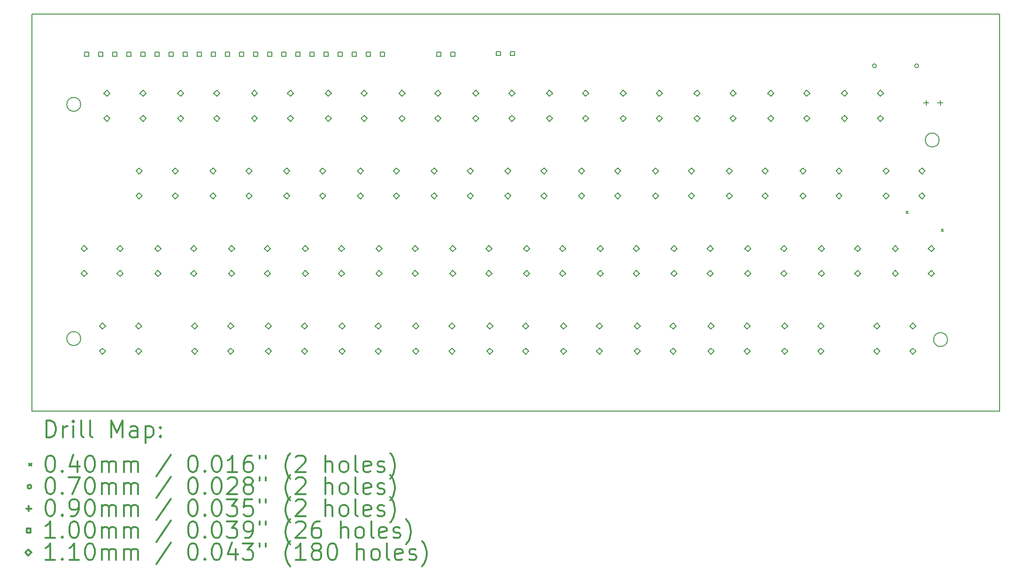
<source format=gbr>
%FSLAX45Y45*%
G04 Gerber Fmt 4.5, Leading zero omitted, Abs format (unit mm)*
G04 Created by KiCad (PCBNEW 4.0.1-stable) date 03.08.2019 21:48:38*
%MOMM*%
G01*
G04 APERTURE LIST*
%ADD10C,0.127000*%
%ADD11C,0.150000*%
%ADD12C,0.200000*%
%ADD13C,0.300000*%
G04 APERTURE END LIST*
D10*
D11*
X9194100Y-7781400D02*
G75*
G03X9194100Y-7781400I-125000J0D01*
G01*
X9194100Y-12006400D02*
G75*
G03X9194100Y-12006400I-125000J0D01*
G01*
X24825000Y-12025000D02*
G75*
G03X24825000Y-12025000I-125000J0D01*
G01*
X24675000Y-8425000D02*
G75*
G03X24675000Y-8425000I-125000J0D01*
G01*
X8311800Y-6151400D02*
X8311800Y-6164100D01*
X25761600Y-6151400D02*
X25761600Y-6354600D01*
X8311800Y-6164100D02*
X8311800Y-13314200D01*
X8311800Y-6151400D02*
X25761600Y-6151400D01*
X25761600Y-13187200D02*
X25761600Y-13314200D01*
X8311800Y-13314200D02*
X25761600Y-13314200D01*
X25761600Y-6354600D02*
X25761600Y-13187200D01*
D12*
X24077900Y-9712800D02*
X24117900Y-9752800D01*
X24117900Y-9712800D02*
X24077900Y-9752800D01*
X24712900Y-10030300D02*
X24752900Y-10070300D01*
X24752900Y-10030300D02*
X24712900Y-10070300D01*
X23542700Y-7086600D02*
G75*
G03X23542700Y-7086600I-35000J0D01*
G01*
X24304700Y-7086600D02*
G75*
G03X24304700Y-7086600I-35000J0D01*
G01*
X24440800Y-7706600D02*
X24440800Y-7796600D01*
X24395800Y-7751600D02*
X24485800Y-7751600D01*
X24694800Y-7706600D02*
X24694800Y-7796600D01*
X24649800Y-7751600D02*
X24739800Y-7751600D01*
X9337756Y-6910656D02*
X9337756Y-6839944D01*
X9267044Y-6839944D01*
X9267044Y-6910656D01*
X9337756Y-6910656D01*
X9591756Y-6910656D02*
X9591756Y-6839944D01*
X9521044Y-6839944D01*
X9521044Y-6910656D01*
X9591756Y-6910656D01*
X9845756Y-6910656D02*
X9845756Y-6839944D01*
X9775044Y-6839944D01*
X9775044Y-6910656D01*
X9845756Y-6910656D01*
X10099756Y-6910656D02*
X10099756Y-6839944D01*
X10029044Y-6839944D01*
X10029044Y-6910656D01*
X10099756Y-6910656D01*
X10353756Y-6910656D02*
X10353756Y-6839944D01*
X10283044Y-6839944D01*
X10283044Y-6910656D01*
X10353756Y-6910656D01*
X10607756Y-6910656D02*
X10607756Y-6839944D01*
X10537044Y-6839944D01*
X10537044Y-6910656D01*
X10607756Y-6910656D01*
X10861756Y-6910656D02*
X10861756Y-6839944D01*
X10791044Y-6839944D01*
X10791044Y-6910656D01*
X10861756Y-6910656D01*
X11115756Y-6910656D02*
X11115756Y-6839944D01*
X11045044Y-6839944D01*
X11045044Y-6910656D01*
X11115756Y-6910656D01*
X11369756Y-6910656D02*
X11369756Y-6839944D01*
X11299044Y-6839944D01*
X11299044Y-6910656D01*
X11369756Y-6910656D01*
X11623756Y-6910656D02*
X11623756Y-6839944D01*
X11553044Y-6839944D01*
X11553044Y-6910656D01*
X11623756Y-6910656D01*
X11877756Y-6910656D02*
X11877756Y-6839944D01*
X11807044Y-6839944D01*
X11807044Y-6910656D01*
X11877756Y-6910656D01*
X12131756Y-6910656D02*
X12131756Y-6839944D01*
X12061044Y-6839944D01*
X12061044Y-6910656D01*
X12131756Y-6910656D01*
X12385756Y-6910656D02*
X12385756Y-6839944D01*
X12315044Y-6839944D01*
X12315044Y-6910656D01*
X12385756Y-6910656D01*
X12639756Y-6910656D02*
X12639756Y-6839944D01*
X12569044Y-6839944D01*
X12569044Y-6910656D01*
X12639756Y-6910656D01*
X12893756Y-6910656D02*
X12893756Y-6839944D01*
X12823044Y-6839944D01*
X12823044Y-6910656D01*
X12893756Y-6910656D01*
X13147756Y-6910656D02*
X13147756Y-6839944D01*
X13077044Y-6839944D01*
X13077044Y-6910656D01*
X13147756Y-6910656D01*
X13401756Y-6910656D02*
X13401756Y-6839944D01*
X13331044Y-6839944D01*
X13331044Y-6910656D01*
X13401756Y-6910656D01*
X13655756Y-6910656D02*
X13655756Y-6839944D01*
X13585044Y-6839944D01*
X13585044Y-6910656D01*
X13655756Y-6910656D01*
X13909756Y-6910656D02*
X13909756Y-6839944D01*
X13839044Y-6839944D01*
X13839044Y-6910656D01*
X13909756Y-6910656D01*
X14163756Y-6910656D02*
X14163756Y-6839944D01*
X14093044Y-6839944D01*
X14093044Y-6910656D01*
X14163756Y-6910656D01*
X14417756Y-6910656D02*
X14417756Y-6839944D01*
X14347044Y-6839944D01*
X14347044Y-6910656D01*
X14417756Y-6910656D01*
X14671756Y-6910656D02*
X14671756Y-6839944D01*
X14601044Y-6839944D01*
X14601044Y-6910656D01*
X14671756Y-6910656D01*
X15687756Y-6910656D02*
X15687756Y-6839944D01*
X15617044Y-6839944D01*
X15617044Y-6910656D01*
X15687756Y-6910656D01*
X15941756Y-6910656D02*
X15941756Y-6839944D01*
X15871044Y-6839944D01*
X15871044Y-6910656D01*
X15941756Y-6910656D01*
X16761256Y-6899706D02*
X16761256Y-6828994D01*
X16690544Y-6828994D01*
X16690544Y-6899706D01*
X16761256Y-6899706D01*
X17015256Y-6899706D02*
X17015256Y-6828994D01*
X16944544Y-6828994D01*
X16944544Y-6899706D01*
X17015256Y-6899706D01*
X9255400Y-10437800D02*
X9310400Y-10382800D01*
X9255400Y-10327800D01*
X9200400Y-10382800D01*
X9255400Y-10437800D01*
X9255400Y-10887800D02*
X9310400Y-10832800D01*
X9255400Y-10777800D01*
X9200400Y-10832800D01*
X9255400Y-10887800D01*
X9587900Y-11837800D02*
X9642900Y-11782800D01*
X9587900Y-11727800D01*
X9532900Y-11782800D01*
X9587900Y-11837800D01*
X9587900Y-12287800D02*
X9642900Y-12232800D01*
X9587900Y-12177800D01*
X9532900Y-12232800D01*
X9587900Y-12287800D01*
X9668400Y-7637800D02*
X9723400Y-7582800D01*
X9668400Y-7527800D01*
X9613400Y-7582800D01*
X9668400Y-7637800D01*
X9668400Y-8087800D02*
X9723400Y-8032800D01*
X9668400Y-7977800D01*
X9613400Y-8032800D01*
X9668400Y-8087800D01*
X9905400Y-10437800D02*
X9960400Y-10382800D01*
X9905400Y-10327800D01*
X9850400Y-10382800D01*
X9905400Y-10437800D01*
X9905400Y-10887800D02*
X9960400Y-10832800D01*
X9905400Y-10777800D01*
X9850400Y-10832800D01*
X9905400Y-10887800D01*
X10237900Y-11837800D02*
X10292900Y-11782800D01*
X10237900Y-11727800D01*
X10182900Y-11782800D01*
X10237900Y-11837800D01*
X10237900Y-12287800D02*
X10292900Y-12232800D01*
X10237900Y-12177800D01*
X10182900Y-12232800D01*
X10237900Y-12287800D01*
X10249400Y-9037800D02*
X10304400Y-8982800D01*
X10249400Y-8927800D01*
X10194400Y-8982800D01*
X10249400Y-9037800D01*
X10249400Y-9487800D02*
X10304400Y-9432800D01*
X10249400Y-9377800D01*
X10194400Y-9432800D01*
X10249400Y-9487800D01*
X10318400Y-7637800D02*
X10373400Y-7582800D01*
X10318400Y-7527800D01*
X10263400Y-7582800D01*
X10318400Y-7637800D01*
X10318400Y-8087800D02*
X10373400Y-8032800D01*
X10318400Y-7977800D01*
X10263400Y-8032800D01*
X10318400Y-8087800D01*
X10585400Y-10437800D02*
X10640400Y-10382800D01*
X10585400Y-10327800D01*
X10530400Y-10382800D01*
X10585400Y-10437800D01*
X10585400Y-10887800D02*
X10640400Y-10832800D01*
X10585400Y-10777800D01*
X10530400Y-10832800D01*
X10585400Y-10887800D01*
X10899400Y-9037800D02*
X10954400Y-8982800D01*
X10899400Y-8927800D01*
X10844400Y-8982800D01*
X10899400Y-9037800D01*
X10899400Y-9487800D02*
X10954400Y-9432800D01*
X10899400Y-9377800D01*
X10844400Y-9432800D01*
X10899400Y-9487800D01*
X10998400Y-7637800D02*
X11053400Y-7582800D01*
X10998400Y-7527800D01*
X10943400Y-7582800D01*
X10998400Y-7637800D01*
X10998400Y-8087800D02*
X11053400Y-8032800D01*
X10998400Y-7977800D01*
X10943400Y-8032800D01*
X10998400Y-8087800D01*
X11235400Y-10437800D02*
X11290400Y-10382800D01*
X11235400Y-10327800D01*
X11180400Y-10382800D01*
X11235400Y-10437800D01*
X11235400Y-10887800D02*
X11290400Y-10832800D01*
X11235400Y-10777800D01*
X11180400Y-10832800D01*
X11235400Y-10887800D01*
X11250400Y-11837800D02*
X11305400Y-11782800D01*
X11250400Y-11727800D01*
X11195400Y-11782800D01*
X11250400Y-11837800D01*
X11250400Y-12287800D02*
X11305400Y-12232800D01*
X11250400Y-12177800D01*
X11195400Y-12232800D01*
X11250400Y-12287800D01*
X11579400Y-9037800D02*
X11634400Y-8982800D01*
X11579400Y-8927800D01*
X11524400Y-8982800D01*
X11579400Y-9037800D01*
X11579400Y-9487800D02*
X11634400Y-9432800D01*
X11579400Y-9377800D01*
X11524400Y-9432800D01*
X11579400Y-9487800D01*
X11648400Y-7637800D02*
X11703400Y-7582800D01*
X11648400Y-7527800D01*
X11593400Y-7582800D01*
X11648400Y-7637800D01*
X11648400Y-8087800D02*
X11703400Y-8032800D01*
X11648400Y-7977800D01*
X11593400Y-8032800D01*
X11648400Y-8087800D01*
X11900400Y-11837800D02*
X11955400Y-11782800D01*
X11900400Y-11727800D01*
X11845400Y-11782800D01*
X11900400Y-11837800D01*
X11900400Y-12287800D02*
X11955400Y-12232800D01*
X11900400Y-12177800D01*
X11845400Y-12232800D01*
X11900400Y-12287800D01*
X11915400Y-10437800D02*
X11970400Y-10382800D01*
X11915400Y-10327800D01*
X11860400Y-10382800D01*
X11915400Y-10437800D01*
X11915400Y-10887800D02*
X11970400Y-10832800D01*
X11915400Y-10777800D01*
X11860400Y-10832800D01*
X11915400Y-10887800D01*
X12229400Y-9037800D02*
X12284400Y-8982800D01*
X12229400Y-8927800D01*
X12174400Y-8982800D01*
X12229400Y-9037800D01*
X12229400Y-9487800D02*
X12284400Y-9432800D01*
X12229400Y-9377800D01*
X12174400Y-9432800D01*
X12229400Y-9487800D01*
X12328400Y-7637800D02*
X12383400Y-7582800D01*
X12328400Y-7527800D01*
X12273400Y-7582800D01*
X12328400Y-7637800D01*
X12328400Y-8087800D02*
X12383400Y-8032800D01*
X12328400Y-7977800D01*
X12273400Y-8032800D01*
X12328400Y-8087800D01*
X12565400Y-10437800D02*
X12620400Y-10382800D01*
X12565400Y-10327800D01*
X12510400Y-10382800D01*
X12565400Y-10437800D01*
X12565400Y-10887800D02*
X12620400Y-10832800D01*
X12565400Y-10777800D01*
X12510400Y-10832800D01*
X12565400Y-10887800D01*
X12580400Y-11837800D02*
X12635400Y-11782800D01*
X12580400Y-11727800D01*
X12525400Y-11782800D01*
X12580400Y-11837800D01*
X12580400Y-12287800D02*
X12635400Y-12232800D01*
X12580400Y-12177800D01*
X12525400Y-12232800D01*
X12580400Y-12287800D01*
X12909400Y-9037800D02*
X12964400Y-8982800D01*
X12909400Y-8927800D01*
X12854400Y-8982800D01*
X12909400Y-9037800D01*
X12909400Y-9487800D02*
X12964400Y-9432800D01*
X12909400Y-9377800D01*
X12854400Y-9432800D01*
X12909400Y-9487800D01*
X12978400Y-7637800D02*
X13033400Y-7582800D01*
X12978400Y-7527800D01*
X12923400Y-7582800D01*
X12978400Y-7637800D01*
X12978400Y-8087800D02*
X13033400Y-8032800D01*
X12978400Y-7977800D01*
X12923400Y-8032800D01*
X12978400Y-8087800D01*
X13230400Y-11837800D02*
X13285400Y-11782800D01*
X13230400Y-11727800D01*
X13175400Y-11782800D01*
X13230400Y-11837800D01*
X13230400Y-12287800D02*
X13285400Y-12232800D01*
X13230400Y-12177800D01*
X13175400Y-12232800D01*
X13230400Y-12287800D01*
X13245400Y-10437800D02*
X13300400Y-10382800D01*
X13245400Y-10327800D01*
X13190400Y-10382800D01*
X13245400Y-10437800D01*
X13245400Y-10887800D02*
X13300400Y-10832800D01*
X13245400Y-10777800D01*
X13190400Y-10832800D01*
X13245400Y-10887800D01*
X13559400Y-9037800D02*
X13614400Y-8982800D01*
X13559400Y-8927800D01*
X13504400Y-8982800D01*
X13559400Y-9037800D01*
X13559400Y-9487800D02*
X13614400Y-9432800D01*
X13559400Y-9377800D01*
X13504400Y-9432800D01*
X13559400Y-9487800D01*
X13658400Y-7637800D02*
X13713400Y-7582800D01*
X13658400Y-7527800D01*
X13603400Y-7582800D01*
X13658400Y-7637800D01*
X13658400Y-8087800D02*
X13713400Y-8032800D01*
X13658400Y-7977800D01*
X13603400Y-8032800D01*
X13658400Y-8087800D01*
X13895400Y-10437800D02*
X13950400Y-10382800D01*
X13895400Y-10327800D01*
X13840400Y-10382800D01*
X13895400Y-10437800D01*
X13895400Y-10887800D02*
X13950400Y-10832800D01*
X13895400Y-10777800D01*
X13840400Y-10832800D01*
X13895400Y-10887800D01*
X13910400Y-11837800D02*
X13965400Y-11782800D01*
X13910400Y-11727800D01*
X13855400Y-11782800D01*
X13910400Y-11837800D01*
X13910400Y-12287800D02*
X13965400Y-12232800D01*
X13910400Y-12177800D01*
X13855400Y-12232800D01*
X13910400Y-12287800D01*
X14239400Y-9037800D02*
X14294400Y-8982800D01*
X14239400Y-8927800D01*
X14184400Y-8982800D01*
X14239400Y-9037800D01*
X14239400Y-9487800D02*
X14294400Y-9432800D01*
X14239400Y-9377800D01*
X14184400Y-9432800D01*
X14239400Y-9487800D01*
X14308400Y-7637800D02*
X14363400Y-7582800D01*
X14308400Y-7527800D01*
X14253400Y-7582800D01*
X14308400Y-7637800D01*
X14308400Y-8087800D02*
X14363400Y-8032800D01*
X14308400Y-7977800D01*
X14253400Y-8032800D01*
X14308400Y-8087800D01*
X14560400Y-11837800D02*
X14615400Y-11782800D01*
X14560400Y-11727800D01*
X14505400Y-11782800D01*
X14560400Y-11837800D01*
X14560400Y-12287800D02*
X14615400Y-12232800D01*
X14560400Y-12177800D01*
X14505400Y-12232800D01*
X14560400Y-12287800D01*
X14575400Y-10437800D02*
X14630400Y-10382800D01*
X14575400Y-10327800D01*
X14520400Y-10382800D01*
X14575400Y-10437800D01*
X14575400Y-10887800D02*
X14630400Y-10832800D01*
X14575400Y-10777800D01*
X14520400Y-10832800D01*
X14575400Y-10887800D01*
X14889400Y-9037800D02*
X14944400Y-8982800D01*
X14889400Y-8927800D01*
X14834400Y-8982800D01*
X14889400Y-9037800D01*
X14889400Y-9487800D02*
X14944400Y-9432800D01*
X14889400Y-9377800D01*
X14834400Y-9432800D01*
X14889400Y-9487800D01*
X14988400Y-7637800D02*
X15043400Y-7582800D01*
X14988400Y-7527800D01*
X14933400Y-7582800D01*
X14988400Y-7637800D01*
X14988400Y-8087800D02*
X15043400Y-8032800D01*
X14988400Y-7977800D01*
X14933400Y-8032800D01*
X14988400Y-8087800D01*
X15225400Y-10437800D02*
X15280400Y-10382800D01*
X15225400Y-10327800D01*
X15170400Y-10382800D01*
X15225400Y-10437800D01*
X15225400Y-10887800D02*
X15280400Y-10832800D01*
X15225400Y-10777800D01*
X15170400Y-10832800D01*
X15225400Y-10887800D01*
X15240400Y-11837800D02*
X15295400Y-11782800D01*
X15240400Y-11727800D01*
X15185400Y-11782800D01*
X15240400Y-11837800D01*
X15240400Y-12287800D02*
X15295400Y-12232800D01*
X15240400Y-12177800D01*
X15185400Y-12232800D01*
X15240400Y-12287800D01*
X15569400Y-9037800D02*
X15624400Y-8982800D01*
X15569400Y-8927800D01*
X15514400Y-8982800D01*
X15569400Y-9037800D01*
X15569400Y-9487800D02*
X15624400Y-9432800D01*
X15569400Y-9377800D01*
X15514400Y-9432800D01*
X15569400Y-9487800D01*
X15638400Y-7637800D02*
X15693400Y-7582800D01*
X15638400Y-7527800D01*
X15583400Y-7582800D01*
X15638400Y-7637800D01*
X15638400Y-8087800D02*
X15693400Y-8032800D01*
X15638400Y-7977800D01*
X15583400Y-8032800D01*
X15638400Y-8087800D01*
X15890400Y-11837800D02*
X15945400Y-11782800D01*
X15890400Y-11727800D01*
X15835400Y-11782800D01*
X15890400Y-11837800D01*
X15890400Y-12287800D02*
X15945400Y-12232800D01*
X15890400Y-12177800D01*
X15835400Y-12232800D01*
X15890400Y-12287800D01*
X15905400Y-10437800D02*
X15960400Y-10382800D01*
X15905400Y-10327800D01*
X15850400Y-10382800D01*
X15905400Y-10437800D01*
X15905400Y-10887800D02*
X15960400Y-10832800D01*
X15905400Y-10777800D01*
X15850400Y-10832800D01*
X15905400Y-10887800D01*
X16219400Y-9037800D02*
X16274400Y-8982800D01*
X16219400Y-8927800D01*
X16164400Y-8982800D01*
X16219400Y-9037800D01*
X16219400Y-9487800D02*
X16274400Y-9432800D01*
X16219400Y-9377800D01*
X16164400Y-9432800D01*
X16219400Y-9487800D01*
X16318400Y-7637800D02*
X16373400Y-7582800D01*
X16318400Y-7527800D01*
X16263400Y-7582800D01*
X16318400Y-7637800D01*
X16318400Y-8087800D02*
X16373400Y-8032800D01*
X16318400Y-7977800D01*
X16263400Y-8032800D01*
X16318400Y-8087800D01*
X16555400Y-10437800D02*
X16610400Y-10382800D01*
X16555400Y-10327800D01*
X16500400Y-10382800D01*
X16555400Y-10437800D01*
X16555400Y-10887800D02*
X16610400Y-10832800D01*
X16555400Y-10777800D01*
X16500400Y-10832800D01*
X16555400Y-10887800D01*
X16570400Y-11837800D02*
X16625400Y-11782800D01*
X16570400Y-11727800D01*
X16515400Y-11782800D01*
X16570400Y-11837800D01*
X16570400Y-12287800D02*
X16625400Y-12232800D01*
X16570400Y-12177800D01*
X16515400Y-12232800D01*
X16570400Y-12287800D01*
X16899400Y-9037800D02*
X16954400Y-8982800D01*
X16899400Y-8927800D01*
X16844400Y-8982800D01*
X16899400Y-9037800D01*
X16899400Y-9487800D02*
X16954400Y-9432800D01*
X16899400Y-9377800D01*
X16844400Y-9432800D01*
X16899400Y-9487800D01*
X16968400Y-7637800D02*
X17023400Y-7582800D01*
X16968400Y-7527800D01*
X16913400Y-7582800D01*
X16968400Y-7637800D01*
X16968400Y-8087800D02*
X17023400Y-8032800D01*
X16968400Y-7977800D01*
X16913400Y-8032800D01*
X16968400Y-8087800D01*
X17220400Y-11837800D02*
X17275400Y-11782800D01*
X17220400Y-11727800D01*
X17165400Y-11782800D01*
X17220400Y-11837800D01*
X17220400Y-12287800D02*
X17275400Y-12232800D01*
X17220400Y-12177800D01*
X17165400Y-12232800D01*
X17220400Y-12287800D01*
X17235400Y-10437800D02*
X17290400Y-10382800D01*
X17235400Y-10327800D01*
X17180400Y-10382800D01*
X17235400Y-10437800D01*
X17235400Y-10887800D02*
X17290400Y-10832800D01*
X17235400Y-10777800D01*
X17180400Y-10832800D01*
X17235400Y-10887800D01*
X17549400Y-9037800D02*
X17604400Y-8982800D01*
X17549400Y-8927800D01*
X17494400Y-8982800D01*
X17549400Y-9037800D01*
X17549400Y-9487800D02*
X17604400Y-9432800D01*
X17549400Y-9377800D01*
X17494400Y-9432800D01*
X17549400Y-9487800D01*
X17648400Y-7637800D02*
X17703400Y-7582800D01*
X17648400Y-7527800D01*
X17593400Y-7582800D01*
X17648400Y-7637800D01*
X17648400Y-8087800D02*
X17703400Y-8032800D01*
X17648400Y-7977800D01*
X17593400Y-8032800D01*
X17648400Y-8087800D01*
X17885400Y-10437800D02*
X17940400Y-10382800D01*
X17885400Y-10327800D01*
X17830400Y-10382800D01*
X17885400Y-10437800D01*
X17885400Y-10887800D02*
X17940400Y-10832800D01*
X17885400Y-10777800D01*
X17830400Y-10832800D01*
X17885400Y-10887800D01*
X17900400Y-11837800D02*
X17955400Y-11782800D01*
X17900400Y-11727800D01*
X17845400Y-11782800D01*
X17900400Y-11837800D01*
X17900400Y-12287800D02*
X17955400Y-12232800D01*
X17900400Y-12177800D01*
X17845400Y-12232800D01*
X17900400Y-12287800D01*
X18229400Y-9037800D02*
X18284400Y-8982800D01*
X18229400Y-8927800D01*
X18174400Y-8982800D01*
X18229400Y-9037800D01*
X18229400Y-9487800D02*
X18284400Y-9432800D01*
X18229400Y-9377800D01*
X18174400Y-9432800D01*
X18229400Y-9487800D01*
X18298400Y-7637800D02*
X18353400Y-7582800D01*
X18298400Y-7527800D01*
X18243400Y-7582800D01*
X18298400Y-7637800D01*
X18298400Y-8087800D02*
X18353400Y-8032800D01*
X18298400Y-7977800D01*
X18243400Y-8032800D01*
X18298400Y-8087800D01*
X18550400Y-11837800D02*
X18605400Y-11782800D01*
X18550400Y-11727800D01*
X18495400Y-11782800D01*
X18550400Y-11837800D01*
X18550400Y-12287800D02*
X18605400Y-12232800D01*
X18550400Y-12177800D01*
X18495400Y-12232800D01*
X18550400Y-12287800D01*
X18565400Y-10437800D02*
X18620400Y-10382800D01*
X18565400Y-10327800D01*
X18510400Y-10382800D01*
X18565400Y-10437800D01*
X18565400Y-10887800D02*
X18620400Y-10832800D01*
X18565400Y-10777800D01*
X18510400Y-10832800D01*
X18565400Y-10887800D01*
X18879400Y-9037800D02*
X18934400Y-8982800D01*
X18879400Y-8927800D01*
X18824400Y-8982800D01*
X18879400Y-9037800D01*
X18879400Y-9487800D02*
X18934400Y-9432800D01*
X18879400Y-9377800D01*
X18824400Y-9432800D01*
X18879400Y-9487800D01*
X18978400Y-7637800D02*
X19033400Y-7582800D01*
X18978400Y-7527800D01*
X18923400Y-7582800D01*
X18978400Y-7637800D01*
X18978400Y-8087800D02*
X19033400Y-8032800D01*
X18978400Y-7977800D01*
X18923400Y-8032800D01*
X18978400Y-8087800D01*
X19215400Y-10437800D02*
X19270400Y-10382800D01*
X19215400Y-10327800D01*
X19160400Y-10382800D01*
X19215400Y-10437800D01*
X19215400Y-10887800D02*
X19270400Y-10832800D01*
X19215400Y-10777800D01*
X19160400Y-10832800D01*
X19215400Y-10887800D01*
X19230400Y-11837800D02*
X19285400Y-11782800D01*
X19230400Y-11727800D01*
X19175400Y-11782800D01*
X19230400Y-11837800D01*
X19230400Y-12287800D02*
X19285400Y-12232800D01*
X19230400Y-12177800D01*
X19175400Y-12232800D01*
X19230400Y-12287800D01*
X19559400Y-9037800D02*
X19614400Y-8982800D01*
X19559400Y-8927800D01*
X19504400Y-8982800D01*
X19559400Y-9037800D01*
X19559400Y-9487800D02*
X19614400Y-9432800D01*
X19559400Y-9377800D01*
X19504400Y-9432800D01*
X19559400Y-9487800D01*
X19628400Y-7637800D02*
X19683400Y-7582800D01*
X19628400Y-7527800D01*
X19573400Y-7582800D01*
X19628400Y-7637800D01*
X19628400Y-8087800D02*
X19683400Y-8032800D01*
X19628400Y-7977800D01*
X19573400Y-8032800D01*
X19628400Y-8087800D01*
X19880400Y-11837800D02*
X19935400Y-11782800D01*
X19880400Y-11727800D01*
X19825400Y-11782800D01*
X19880400Y-11837800D01*
X19880400Y-12287800D02*
X19935400Y-12232800D01*
X19880400Y-12177800D01*
X19825400Y-12232800D01*
X19880400Y-12287800D01*
X19895400Y-10437800D02*
X19950400Y-10382800D01*
X19895400Y-10327800D01*
X19840400Y-10382800D01*
X19895400Y-10437800D01*
X19895400Y-10887800D02*
X19950400Y-10832800D01*
X19895400Y-10777800D01*
X19840400Y-10832800D01*
X19895400Y-10887800D01*
X20209400Y-9037800D02*
X20264400Y-8982800D01*
X20209400Y-8927800D01*
X20154400Y-8982800D01*
X20209400Y-9037800D01*
X20209400Y-9487800D02*
X20264400Y-9432800D01*
X20209400Y-9377800D01*
X20154400Y-9432800D01*
X20209400Y-9487800D01*
X20308400Y-7637800D02*
X20363400Y-7582800D01*
X20308400Y-7527800D01*
X20253400Y-7582800D01*
X20308400Y-7637800D01*
X20308400Y-8087800D02*
X20363400Y-8032800D01*
X20308400Y-7977800D01*
X20253400Y-8032800D01*
X20308400Y-8087800D01*
X20545400Y-10437800D02*
X20600400Y-10382800D01*
X20545400Y-10327800D01*
X20490400Y-10382800D01*
X20545400Y-10437800D01*
X20545400Y-10887800D02*
X20600400Y-10832800D01*
X20545400Y-10777800D01*
X20490400Y-10832800D01*
X20545400Y-10887800D01*
X20560400Y-11837800D02*
X20615400Y-11782800D01*
X20560400Y-11727800D01*
X20505400Y-11782800D01*
X20560400Y-11837800D01*
X20560400Y-12287800D02*
X20615400Y-12232800D01*
X20560400Y-12177800D01*
X20505400Y-12232800D01*
X20560400Y-12287800D01*
X20889400Y-9037800D02*
X20944400Y-8982800D01*
X20889400Y-8927800D01*
X20834400Y-8982800D01*
X20889400Y-9037800D01*
X20889400Y-9487800D02*
X20944400Y-9432800D01*
X20889400Y-9377800D01*
X20834400Y-9432800D01*
X20889400Y-9487800D01*
X20958400Y-7637800D02*
X21013400Y-7582800D01*
X20958400Y-7527800D01*
X20903400Y-7582800D01*
X20958400Y-7637800D01*
X20958400Y-8087800D02*
X21013400Y-8032800D01*
X20958400Y-7977800D01*
X20903400Y-8032800D01*
X20958400Y-8087800D01*
X21210400Y-11837800D02*
X21265400Y-11782800D01*
X21210400Y-11727800D01*
X21155400Y-11782800D01*
X21210400Y-11837800D01*
X21210400Y-12287800D02*
X21265400Y-12232800D01*
X21210400Y-12177800D01*
X21155400Y-12232800D01*
X21210400Y-12287800D01*
X21225400Y-10437800D02*
X21280400Y-10382800D01*
X21225400Y-10327800D01*
X21170400Y-10382800D01*
X21225400Y-10437800D01*
X21225400Y-10887800D02*
X21280400Y-10832800D01*
X21225400Y-10777800D01*
X21170400Y-10832800D01*
X21225400Y-10887800D01*
X21539400Y-9037800D02*
X21594400Y-8982800D01*
X21539400Y-8927800D01*
X21484400Y-8982800D01*
X21539400Y-9037800D01*
X21539400Y-9487800D02*
X21594400Y-9432800D01*
X21539400Y-9377800D01*
X21484400Y-9432800D01*
X21539400Y-9487800D01*
X21638400Y-7637800D02*
X21693400Y-7582800D01*
X21638400Y-7527800D01*
X21583400Y-7582800D01*
X21638400Y-7637800D01*
X21638400Y-8087800D02*
X21693400Y-8032800D01*
X21638400Y-7977800D01*
X21583400Y-8032800D01*
X21638400Y-8087800D01*
X21875400Y-10437800D02*
X21930400Y-10382800D01*
X21875400Y-10327800D01*
X21820400Y-10382800D01*
X21875400Y-10437800D01*
X21875400Y-10887800D02*
X21930400Y-10832800D01*
X21875400Y-10777800D01*
X21820400Y-10832800D01*
X21875400Y-10887800D01*
X21890400Y-11837800D02*
X21945400Y-11782800D01*
X21890400Y-11727800D01*
X21835400Y-11782800D01*
X21890400Y-11837800D01*
X21890400Y-12287800D02*
X21945400Y-12232800D01*
X21890400Y-12177800D01*
X21835400Y-12232800D01*
X21890400Y-12287800D01*
X22219400Y-9037800D02*
X22274400Y-8982800D01*
X22219400Y-8927800D01*
X22164400Y-8982800D01*
X22219400Y-9037800D01*
X22219400Y-9487800D02*
X22274400Y-9432800D01*
X22219400Y-9377800D01*
X22164400Y-9432800D01*
X22219400Y-9487800D01*
X22288400Y-7637800D02*
X22343400Y-7582800D01*
X22288400Y-7527800D01*
X22233400Y-7582800D01*
X22288400Y-7637800D01*
X22288400Y-8087800D02*
X22343400Y-8032800D01*
X22288400Y-7977800D01*
X22233400Y-8032800D01*
X22288400Y-8087800D01*
X22540400Y-11837800D02*
X22595400Y-11782800D01*
X22540400Y-11727800D01*
X22485400Y-11782800D01*
X22540400Y-11837800D01*
X22540400Y-12287800D02*
X22595400Y-12232800D01*
X22540400Y-12177800D01*
X22485400Y-12232800D01*
X22540400Y-12287800D01*
X22555400Y-10437800D02*
X22610400Y-10382800D01*
X22555400Y-10327800D01*
X22500400Y-10382800D01*
X22555400Y-10437800D01*
X22555400Y-10887800D02*
X22610400Y-10832800D01*
X22555400Y-10777800D01*
X22500400Y-10832800D01*
X22555400Y-10887800D01*
X22869400Y-9037800D02*
X22924400Y-8982800D01*
X22869400Y-8927800D01*
X22814400Y-8982800D01*
X22869400Y-9037800D01*
X22869400Y-9487800D02*
X22924400Y-9432800D01*
X22869400Y-9377800D01*
X22814400Y-9432800D01*
X22869400Y-9487800D01*
X22968400Y-7637800D02*
X23023400Y-7582800D01*
X22968400Y-7527800D01*
X22913400Y-7582800D01*
X22968400Y-7637800D01*
X22968400Y-8087800D02*
X23023400Y-8032800D01*
X22968400Y-7977800D01*
X22913400Y-8032800D01*
X22968400Y-8087800D01*
X23205400Y-10437800D02*
X23260400Y-10382800D01*
X23205400Y-10327800D01*
X23150400Y-10382800D01*
X23205400Y-10437800D01*
X23205400Y-10887800D02*
X23260400Y-10832800D01*
X23205400Y-10777800D01*
X23150400Y-10832800D01*
X23205400Y-10887800D01*
X23552900Y-11837800D02*
X23607900Y-11782800D01*
X23552900Y-11727800D01*
X23497900Y-11782800D01*
X23552900Y-11837800D01*
X23552900Y-12287800D02*
X23607900Y-12232800D01*
X23552900Y-12177800D01*
X23497900Y-12232800D01*
X23552900Y-12287800D01*
X23618400Y-7637800D02*
X23673400Y-7582800D01*
X23618400Y-7527800D01*
X23563400Y-7582800D01*
X23618400Y-7637800D01*
X23618400Y-8087800D02*
X23673400Y-8032800D01*
X23618400Y-7977800D01*
X23563400Y-8032800D01*
X23618400Y-8087800D01*
X23717400Y-9037800D02*
X23772400Y-8982800D01*
X23717400Y-8927800D01*
X23662400Y-8982800D01*
X23717400Y-9037800D01*
X23717400Y-9487800D02*
X23772400Y-9432800D01*
X23717400Y-9377800D01*
X23662400Y-9432800D01*
X23717400Y-9487800D01*
X23885400Y-10437800D02*
X23940400Y-10382800D01*
X23885400Y-10327800D01*
X23830400Y-10382800D01*
X23885400Y-10437800D01*
X23885400Y-10887800D02*
X23940400Y-10832800D01*
X23885400Y-10777800D01*
X23830400Y-10832800D01*
X23885400Y-10887800D01*
X24202900Y-11837800D02*
X24257900Y-11782800D01*
X24202900Y-11727800D01*
X24147900Y-11782800D01*
X24202900Y-11837800D01*
X24202900Y-12287800D02*
X24257900Y-12232800D01*
X24202900Y-12177800D01*
X24147900Y-12232800D01*
X24202900Y-12287800D01*
X24367400Y-9037800D02*
X24422400Y-8982800D01*
X24367400Y-8927800D01*
X24312400Y-8982800D01*
X24367400Y-9037800D01*
X24367400Y-9487800D02*
X24422400Y-9432800D01*
X24367400Y-9377800D01*
X24312400Y-9432800D01*
X24367400Y-9487800D01*
X24535400Y-10437800D02*
X24590400Y-10382800D01*
X24535400Y-10327800D01*
X24480400Y-10382800D01*
X24535400Y-10437800D01*
X24535400Y-10887800D02*
X24590400Y-10832800D01*
X24535400Y-10777800D01*
X24480400Y-10832800D01*
X24535400Y-10887800D01*
D13*
X8575729Y-13787414D02*
X8575729Y-13487414D01*
X8647157Y-13487414D01*
X8690014Y-13501700D01*
X8718586Y-13530271D01*
X8732871Y-13558843D01*
X8747157Y-13615986D01*
X8747157Y-13658843D01*
X8732871Y-13715986D01*
X8718586Y-13744557D01*
X8690014Y-13773129D01*
X8647157Y-13787414D01*
X8575729Y-13787414D01*
X8875729Y-13787414D02*
X8875729Y-13587414D01*
X8875729Y-13644557D02*
X8890014Y-13615986D01*
X8904300Y-13601700D01*
X8932871Y-13587414D01*
X8961443Y-13587414D01*
X9061443Y-13787414D02*
X9061443Y-13587414D01*
X9061443Y-13487414D02*
X9047157Y-13501700D01*
X9061443Y-13515986D01*
X9075729Y-13501700D01*
X9061443Y-13487414D01*
X9061443Y-13515986D01*
X9247157Y-13787414D02*
X9218586Y-13773129D01*
X9204300Y-13744557D01*
X9204300Y-13487414D01*
X9404300Y-13787414D02*
X9375729Y-13773129D01*
X9361443Y-13744557D01*
X9361443Y-13487414D01*
X9747157Y-13787414D02*
X9747157Y-13487414D01*
X9847157Y-13701700D01*
X9947157Y-13487414D01*
X9947157Y-13787414D01*
X10218586Y-13787414D02*
X10218586Y-13630271D01*
X10204300Y-13601700D01*
X10175729Y-13587414D01*
X10118586Y-13587414D01*
X10090014Y-13601700D01*
X10218586Y-13773129D02*
X10190014Y-13787414D01*
X10118586Y-13787414D01*
X10090014Y-13773129D01*
X10075729Y-13744557D01*
X10075729Y-13715986D01*
X10090014Y-13687414D01*
X10118586Y-13673129D01*
X10190014Y-13673129D01*
X10218586Y-13658843D01*
X10361443Y-13587414D02*
X10361443Y-13887414D01*
X10361443Y-13601700D02*
X10390014Y-13587414D01*
X10447157Y-13587414D01*
X10475729Y-13601700D01*
X10490014Y-13615986D01*
X10504300Y-13644557D01*
X10504300Y-13730271D01*
X10490014Y-13758843D01*
X10475729Y-13773129D01*
X10447157Y-13787414D01*
X10390014Y-13787414D01*
X10361443Y-13773129D01*
X10632871Y-13758843D02*
X10647157Y-13773129D01*
X10632871Y-13787414D01*
X10618586Y-13773129D01*
X10632871Y-13758843D01*
X10632871Y-13787414D01*
X10632871Y-13601700D02*
X10647157Y-13615986D01*
X10632871Y-13630271D01*
X10618586Y-13615986D01*
X10632871Y-13601700D01*
X10632871Y-13630271D01*
X8264300Y-14261700D02*
X8304300Y-14301700D01*
X8304300Y-14261700D02*
X8264300Y-14301700D01*
X8632871Y-14117414D02*
X8661443Y-14117414D01*
X8690014Y-14131700D01*
X8704300Y-14145986D01*
X8718586Y-14174557D01*
X8732871Y-14231700D01*
X8732871Y-14303129D01*
X8718586Y-14360271D01*
X8704300Y-14388843D01*
X8690014Y-14403129D01*
X8661443Y-14417414D01*
X8632871Y-14417414D01*
X8604300Y-14403129D01*
X8590014Y-14388843D01*
X8575729Y-14360271D01*
X8561443Y-14303129D01*
X8561443Y-14231700D01*
X8575729Y-14174557D01*
X8590014Y-14145986D01*
X8604300Y-14131700D01*
X8632871Y-14117414D01*
X8861443Y-14388843D02*
X8875729Y-14403129D01*
X8861443Y-14417414D01*
X8847157Y-14403129D01*
X8861443Y-14388843D01*
X8861443Y-14417414D01*
X9132871Y-14217414D02*
X9132871Y-14417414D01*
X9061443Y-14103129D02*
X8990014Y-14317414D01*
X9175728Y-14317414D01*
X9347157Y-14117414D02*
X9375729Y-14117414D01*
X9404300Y-14131700D01*
X9418586Y-14145986D01*
X9432871Y-14174557D01*
X9447157Y-14231700D01*
X9447157Y-14303129D01*
X9432871Y-14360271D01*
X9418586Y-14388843D01*
X9404300Y-14403129D01*
X9375729Y-14417414D01*
X9347157Y-14417414D01*
X9318586Y-14403129D01*
X9304300Y-14388843D01*
X9290014Y-14360271D01*
X9275729Y-14303129D01*
X9275729Y-14231700D01*
X9290014Y-14174557D01*
X9304300Y-14145986D01*
X9318586Y-14131700D01*
X9347157Y-14117414D01*
X9575729Y-14417414D02*
X9575729Y-14217414D01*
X9575729Y-14245986D02*
X9590014Y-14231700D01*
X9618586Y-14217414D01*
X9661443Y-14217414D01*
X9690014Y-14231700D01*
X9704300Y-14260271D01*
X9704300Y-14417414D01*
X9704300Y-14260271D02*
X9718586Y-14231700D01*
X9747157Y-14217414D01*
X9790014Y-14217414D01*
X9818586Y-14231700D01*
X9832871Y-14260271D01*
X9832871Y-14417414D01*
X9975729Y-14417414D02*
X9975729Y-14217414D01*
X9975729Y-14245986D02*
X9990014Y-14231700D01*
X10018586Y-14217414D01*
X10061443Y-14217414D01*
X10090014Y-14231700D01*
X10104300Y-14260271D01*
X10104300Y-14417414D01*
X10104300Y-14260271D02*
X10118586Y-14231700D01*
X10147157Y-14217414D01*
X10190014Y-14217414D01*
X10218586Y-14231700D01*
X10232871Y-14260271D01*
X10232871Y-14417414D01*
X10818586Y-14103129D02*
X10561443Y-14488843D01*
X11204300Y-14117414D02*
X11232871Y-14117414D01*
X11261443Y-14131700D01*
X11275728Y-14145986D01*
X11290014Y-14174557D01*
X11304300Y-14231700D01*
X11304300Y-14303129D01*
X11290014Y-14360271D01*
X11275728Y-14388843D01*
X11261443Y-14403129D01*
X11232871Y-14417414D01*
X11204300Y-14417414D01*
X11175728Y-14403129D01*
X11161443Y-14388843D01*
X11147157Y-14360271D01*
X11132871Y-14303129D01*
X11132871Y-14231700D01*
X11147157Y-14174557D01*
X11161443Y-14145986D01*
X11175728Y-14131700D01*
X11204300Y-14117414D01*
X11432871Y-14388843D02*
X11447157Y-14403129D01*
X11432871Y-14417414D01*
X11418586Y-14403129D01*
X11432871Y-14388843D01*
X11432871Y-14417414D01*
X11632871Y-14117414D02*
X11661443Y-14117414D01*
X11690014Y-14131700D01*
X11704300Y-14145986D01*
X11718585Y-14174557D01*
X11732871Y-14231700D01*
X11732871Y-14303129D01*
X11718585Y-14360271D01*
X11704300Y-14388843D01*
X11690014Y-14403129D01*
X11661443Y-14417414D01*
X11632871Y-14417414D01*
X11604300Y-14403129D01*
X11590014Y-14388843D01*
X11575728Y-14360271D01*
X11561443Y-14303129D01*
X11561443Y-14231700D01*
X11575728Y-14174557D01*
X11590014Y-14145986D01*
X11604300Y-14131700D01*
X11632871Y-14117414D01*
X12018585Y-14417414D02*
X11847157Y-14417414D01*
X11932871Y-14417414D02*
X11932871Y-14117414D01*
X11904300Y-14160271D01*
X11875728Y-14188843D01*
X11847157Y-14203129D01*
X12275728Y-14117414D02*
X12218585Y-14117414D01*
X12190014Y-14131700D01*
X12175728Y-14145986D01*
X12147157Y-14188843D01*
X12132871Y-14245986D01*
X12132871Y-14360271D01*
X12147157Y-14388843D01*
X12161443Y-14403129D01*
X12190014Y-14417414D01*
X12247157Y-14417414D01*
X12275728Y-14403129D01*
X12290014Y-14388843D01*
X12304300Y-14360271D01*
X12304300Y-14288843D01*
X12290014Y-14260271D01*
X12275728Y-14245986D01*
X12247157Y-14231700D01*
X12190014Y-14231700D01*
X12161443Y-14245986D01*
X12147157Y-14260271D01*
X12132871Y-14288843D01*
X12418586Y-14117414D02*
X12418586Y-14174557D01*
X12532871Y-14117414D02*
X12532871Y-14174557D01*
X12975728Y-14531700D02*
X12961443Y-14517414D01*
X12932871Y-14474557D01*
X12918585Y-14445986D01*
X12904300Y-14403129D01*
X12890014Y-14331700D01*
X12890014Y-14274557D01*
X12904300Y-14203129D01*
X12918585Y-14160271D01*
X12932871Y-14131700D01*
X12961443Y-14088843D01*
X12975728Y-14074557D01*
X13075728Y-14145986D02*
X13090014Y-14131700D01*
X13118585Y-14117414D01*
X13190014Y-14117414D01*
X13218585Y-14131700D01*
X13232871Y-14145986D01*
X13247157Y-14174557D01*
X13247157Y-14203129D01*
X13232871Y-14245986D01*
X13061443Y-14417414D01*
X13247157Y-14417414D01*
X13604300Y-14417414D02*
X13604300Y-14117414D01*
X13732871Y-14417414D02*
X13732871Y-14260271D01*
X13718585Y-14231700D01*
X13690014Y-14217414D01*
X13647157Y-14217414D01*
X13618585Y-14231700D01*
X13604300Y-14245986D01*
X13918585Y-14417414D02*
X13890014Y-14403129D01*
X13875728Y-14388843D01*
X13861443Y-14360271D01*
X13861443Y-14274557D01*
X13875728Y-14245986D01*
X13890014Y-14231700D01*
X13918585Y-14217414D01*
X13961443Y-14217414D01*
X13990014Y-14231700D01*
X14004300Y-14245986D01*
X14018585Y-14274557D01*
X14018585Y-14360271D01*
X14004300Y-14388843D01*
X13990014Y-14403129D01*
X13961443Y-14417414D01*
X13918585Y-14417414D01*
X14190014Y-14417414D02*
X14161443Y-14403129D01*
X14147157Y-14374557D01*
X14147157Y-14117414D01*
X14418586Y-14403129D02*
X14390014Y-14417414D01*
X14332871Y-14417414D01*
X14304300Y-14403129D01*
X14290014Y-14374557D01*
X14290014Y-14260271D01*
X14304300Y-14231700D01*
X14332871Y-14217414D01*
X14390014Y-14217414D01*
X14418586Y-14231700D01*
X14432871Y-14260271D01*
X14432871Y-14288843D01*
X14290014Y-14317414D01*
X14547157Y-14403129D02*
X14575728Y-14417414D01*
X14632871Y-14417414D01*
X14661443Y-14403129D01*
X14675728Y-14374557D01*
X14675728Y-14360271D01*
X14661443Y-14331700D01*
X14632871Y-14317414D01*
X14590014Y-14317414D01*
X14561443Y-14303129D01*
X14547157Y-14274557D01*
X14547157Y-14260271D01*
X14561443Y-14231700D01*
X14590014Y-14217414D01*
X14632871Y-14217414D01*
X14661443Y-14231700D01*
X14775728Y-14531700D02*
X14790014Y-14517414D01*
X14818586Y-14474557D01*
X14832871Y-14445986D01*
X14847157Y-14403129D01*
X14861443Y-14331700D01*
X14861443Y-14274557D01*
X14847157Y-14203129D01*
X14832871Y-14160271D01*
X14818586Y-14131700D01*
X14790014Y-14088843D01*
X14775728Y-14074557D01*
X8304300Y-14677700D02*
G75*
G03X8304300Y-14677700I-35000J0D01*
G01*
X8632871Y-14513414D02*
X8661443Y-14513414D01*
X8690014Y-14527700D01*
X8704300Y-14541986D01*
X8718586Y-14570557D01*
X8732871Y-14627700D01*
X8732871Y-14699129D01*
X8718586Y-14756271D01*
X8704300Y-14784843D01*
X8690014Y-14799129D01*
X8661443Y-14813414D01*
X8632871Y-14813414D01*
X8604300Y-14799129D01*
X8590014Y-14784843D01*
X8575729Y-14756271D01*
X8561443Y-14699129D01*
X8561443Y-14627700D01*
X8575729Y-14570557D01*
X8590014Y-14541986D01*
X8604300Y-14527700D01*
X8632871Y-14513414D01*
X8861443Y-14784843D02*
X8875729Y-14799129D01*
X8861443Y-14813414D01*
X8847157Y-14799129D01*
X8861443Y-14784843D01*
X8861443Y-14813414D01*
X8975728Y-14513414D02*
X9175728Y-14513414D01*
X9047157Y-14813414D01*
X9347157Y-14513414D02*
X9375729Y-14513414D01*
X9404300Y-14527700D01*
X9418586Y-14541986D01*
X9432871Y-14570557D01*
X9447157Y-14627700D01*
X9447157Y-14699129D01*
X9432871Y-14756271D01*
X9418586Y-14784843D01*
X9404300Y-14799129D01*
X9375729Y-14813414D01*
X9347157Y-14813414D01*
X9318586Y-14799129D01*
X9304300Y-14784843D01*
X9290014Y-14756271D01*
X9275729Y-14699129D01*
X9275729Y-14627700D01*
X9290014Y-14570557D01*
X9304300Y-14541986D01*
X9318586Y-14527700D01*
X9347157Y-14513414D01*
X9575729Y-14813414D02*
X9575729Y-14613414D01*
X9575729Y-14641986D02*
X9590014Y-14627700D01*
X9618586Y-14613414D01*
X9661443Y-14613414D01*
X9690014Y-14627700D01*
X9704300Y-14656271D01*
X9704300Y-14813414D01*
X9704300Y-14656271D02*
X9718586Y-14627700D01*
X9747157Y-14613414D01*
X9790014Y-14613414D01*
X9818586Y-14627700D01*
X9832871Y-14656271D01*
X9832871Y-14813414D01*
X9975729Y-14813414D02*
X9975729Y-14613414D01*
X9975729Y-14641986D02*
X9990014Y-14627700D01*
X10018586Y-14613414D01*
X10061443Y-14613414D01*
X10090014Y-14627700D01*
X10104300Y-14656271D01*
X10104300Y-14813414D01*
X10104300Y-14656271D02*
X10118586Y-14627700D01*
X10147157Y-14613414D01*
X10190014Y-14613414D01*
X10218586Y-14627700D01*
X10232871Y-14656271D01*
X10232871Y-14813414D01*
X10818586Y-14499129D02*
X10561443Y-14884843D01*
X11204300Y-14513414D02*
X11232871Y-14513414D01*
X11261443Y-14527700D01*
X11275728Y-14541986D01*
X11290014Y-14570557D01*
X11304300Y-14627700D01*
X11304300Y-14699129D01*
X11290014Y-14756271D01*
X11275728Y-14784843D01*
X11261443Y-14799129D01*
X11232871Y-14813414D01*
X11204300Y-14813414D01*
X11175728Y-14799129D01*
X11161443Y-14784843D01*
X11147157Y-14756271D01*
X11132871Y-14699129D01*
X11132871Y-14627700D01*
X11147157Y-14570557D01*
X11161443Y-14541986D01*
X11175728Y-14527700D01*
X11204300Y-14513414D01*
X11432871Y-14784843D02*
X11447157Y-14799129D01*
X11432871Y-14813414D01*
X11418586Y-14799129D01*
X11432871Y-14784843D01*
X11432871Y-14813414D01*
X11632871Y-14513414D02*
X11661443Y-14513414D01*
X11690014Y-14527700D01*
X11704300Y-14541986D01*
X11718585Y-14570557D01*
X11732871Y-14627700D01*
X11732871Y-14699129D01*
X11718585Y-14756271D01*
X11704300Y-14784843D01*
X11690014Y-14799129D01*
X11661443Y-14813414D01*
X11632871Y-14813414D01*
X11604300Y-14799129D01*
X11590014Y-14784843D01*
X11575728Y-14756271D01*
X11561443Y-14699129D01*
X11561443Y-14627700D01*
X11575728Y-14570557D01*
X11590014Y-14541986D01*
X11604300Y-14527700D01*
X11632871Y-14513414D01*
X11847157Y-14541986D02*
X11861443Y-14527700D01*
X11890014Y-14513414D01*
X11961443Y-14513414D01*
X11990014Y-14527700D01*
X12004300Y-14541986D01*
X12018585Y-14570557D01*
X12018585Y-14599129D01*
X12004300Y-14641986D01*
X11832871Y-14813414D01*
X12018585Y-14813414D01*
X12190014Y-14641986D02*
X12161443Y-14627700D01*
X12147157Y-14613414D01*
X12132871Y-14584843D01*
X12132871Y-14570557D01*
X12147157Y-14541986D01*
X12161443Y-14527700D01*
X12190014Y-14513414D01*
X12247157Y-14513414D01*
X12275728Y-14527700D01*
X12290014Y-14541986D01*
X12304300Y-14570557D01*
X12304300Y-14584843D01*
X12290014Y-14613414D01*
X12275728Y-14627700D01*
X12247157Y-14641986D01*
X12190014Y-14641986D01*
X12161443Y-14656271D01*
X12147157Y-14670557D01*
X12132871Y-14699129D01*
X12132871Y-14756271D01*
X12147157Y-14784843D01*
X12161443Y-14799129D01*
X12190014Y-14813414D01*
X12247157Y-14813414D01*
X12275728Y-14799129D01*
X12290014Y-14784843D01*
X12304300Y-14756271D01*
X12304300Y-14699129D01*
X12290014Y-14670557D01*
X12275728Y-14656271D01*
X12247157Y-14641986D01*
X12418586Y-14513414D02*
X12418586Y-14570557D01*
X12532871Y-14513414D02*
X12532871Y-14570557D01*
X12975728Y-14927700D02*
X12961443Y-14913414D01*
X12932871Y-14870557D01*
X12918585Y-14841986D01*
X12904300Y-14799129D01*
X12890014Y-14727700D01*
X12890014Y-14670557D01*
X12904300Y-14599129D01*
X12918585Y-14556271D01*
X12932871Y-14527700D01*
X12961443Y-14484843D01*
X12975728Y-14470557D01*
X13075728Y-14541986D02*
X13090014Y-14527700D01*
X13118585Y-14513414D01*
X13190014Y-14513414D01*
X13218585Y-14527700D01*
X13232871Y-14541986D01*
X13247157Y-14570557D01*
X13247157Y-14599129D01*
X13232871Y-14641986D01*
X13061443Y-14813414D01*
X13247157Y-14813414D01*
X13604300Y-14813414D02*
X13604300Y-14513414D01*
X13732871Y-14813414D02*
X13732871Y-14656271D01*
X13718585Y-14627700D01*
X13690014Y-14613414D01*
X13647157Y-14613414D01*
X13618585Y-14627700D01*
X13604300Y-14641986D01*
X13918585Y-14813414D02*
X13890014Y-14799129D01*
X13875728Y-14784843D01*
X13861443Y-14756271D01*
X13861443Y-14670557D01*
X13875728Y-14641986D01*
X13890014Y-14627700D01*
X13918585Y-14613414D01*
X13961443Y-14613414D01*
X13990014Y-14627700D01*
X14004300Y-14641986D01*
X14018585Y-14670557D01*
X14018585Y-14756271D01*
X14004300Y-14784843D01*
X13990014Y-14799129D01*
X13961443Y-14813414D01*
X13918585Y-14813414D01*
X14190014Y-14813414D02*
X14161443Y-14799129D01*
X14147157Y-14770557D01*
X14147157Y-14513414D01*
X14418586Y-14799129D02*
X14390014Y-14813414D01*
X14332871Y-14813414D01*
X14304300Y-14799129D01*
X14290014Y-14770557D01*
X14290014Y-14656271D01*
X14304300Y-14627700D01*
X14332871Y-14613414D01*
X14390014Y-14613414D01*
X14418586Y-14627700D01*
X14432871Y-14656271D01*
X14432871Y-14684843D01*
X14290014Y-14713414D01*
X14547157Y-14799129D02*
X14575728Y-14813414D01*
X14632871Y-14813414D01*
X14661443Y-14799129D01*
X14675728Y-14770557D01*
X14675728Y-14756271D01*
X14661443Y-14727700D01*
X14632871Y-14713414D01*
X14590014Y-14713414D01*
X14561443Y-14699129D01*
X14547157Y-14670557D01*
X14547157Y-14656271D01*
X14561443Y-14627700D01*
X14590014Y-14613414D01*
X14632871Y-14613414D01*
X14661443Y-14627700D01*
X14775728Y-14927700D02*
X14790014Y-14913414D01*
X14818586Y-14870557D01*
X14832871Y-14841986D01*
X14847157Y-14799129D01*
X14861443Y-14727700D01*
X14861443Y-14670557D01*
X14847157Y-14599129D01*
X14832871Y-14556271D01*
X14818586Y-14527700D01*
X14790014Y-14484843D01*
X14775728Y-14470557D01*
X8259300Y-15028700D02*
X8259300Y-15118700D01*
X8214300Y-15073700D02*
X8304300Y-15073700D01*
X8632871Y-14909414D02*
X8661443Y-14909414D01*
X8690014Y-14923700D01*
X8704300Y-14937986D01*
X8718586Y-14966557D01*
X8732871Y-15023700D01*
X8732871Y-15095129D01*
X8718586Y-15152271D01*
X8704300Y-15180843D01*
X8690014Y-15195129D01*
X8661443Y-15209414D01*
X8632871Y-15209414D01*
X8604300Y-15195129D01*
X8590014Y-15180843D01*
X8575729Y-15152271D01*
X8561443Y-15095129D01*
X8561443Y-15023700D01*
X8575729Y-14966557D01*
X8590014Y-14937986D01*
X8604300Y-14923700D01*
X8632871Y-14909414D01*
X8861443Y-15180843D02*
X8875729Y-15195129D01*
X8861443Y-15209414D01*
X8847157Y-15195129D01*
X8861443Y-15180843D01*
X8861443Y-15209414D01*
X9018586Y-15209414D02*
X9075728Y-15209414D01*
X9104300Y-15195129D01*
X9118586Y-15180843D01*
X9147157Y-15137986D01*
X9161443Y-15080843D01*
X9161443Y-14966557D01*
X9147157Y-14937986D01*
X9132871Y-14923700D01*
X9104300Y-14909414D01*
X9047157Y-14909414D01*
X9018586Y-14923700D01*
X9004300Y-14937986D01*
X8990014Y-14966557D01*
X8990014Y-15037986D01*
X9004300Y-15066557D01*
X9018586Y-15080843D01*
X9047157Y-15095129D01*
X9104300Y-15095129D01*
X9132871Y-15080843D01*
X9147157Y-15066557D01*
X9161443Y-15037986D01*
X9347157Y-14909414D02*
X9375729Y-14909414D01*
X9404300Y-14923700D01*
X9418586Y-14937986D01*
X9432871Y-14966557D01*
X9447157Y-15023700D01*
X9447157Y-15095129D01*
X9432871Y-15152271D01*
X9418586Y-15180843D01*
X9404300Y-15195129D01*
X9375729Y-15209414D01*
X9347157Y-15209414D01*
X9318586Y-15195129D01*
X9304300Y-15180843D01*
X9290014Y-15152271D01*
X9275729Y-15095129D01*
X9275729Y-15023700D01*
X9290014Y-14966557D01*
X9304300Y-14937986D01*
X9318586Y-14923700D01*
X9347157Y-14909414D01*
X9575729Y-15209414D02*
X9575729Y-15009414D01*
X9575729Y-15037986D02*
X9590014Y-15023700D01*
X9618586Y-15009414D01*
X9661443Y-15009414D01*
X9690014Y-15023700D01*
X9704300Y-15052271D01*
X9704300Y-15209414D01*
X9704300Y-15052271D02*
X9718586Y-15023700D01*
X9747157Y-15009414D01*
X9790014Y-15009414D01*
X9818586Y-15023700D01*
X9832871Y-15052271D01*
X9832871Y-15209414D01*
X9975729Y-15209414D02*
X9975729Y-15009414D01*
X9975729Y-15037986D02*
X9990014Y-15023700D01*
X10018586Y-15009414D01*
X10061443Y-15009414D01*
X10090014Y-15023700D01*
X10104300Y-15052271D01*
X10104300Y-15209414D01*
X10104300Y-15052271D02*
X10118586Y-15023700D01*
X10147157Y-15009414D01*
X10190014Y-15009414D01*
X10218586Y-15023700D01*
X10232871Y-15052271D01*
X10232871Y-15209414D01*
X10818586Y-14895129D02*
X10561443Y-15280843D01*
X11204300Y-14909414D02*
X11232871Y-14909414D01*
X11261443Y-14923700D01*
X11275728Y-14937986D01*
X11290014Y-14966557D01*
X11304300Y-15023700D01*
X11304300Y-15095129D01*
X11290014Y-15152271D01*
X11275728Y-15180843D01*
X11261443Y-15195129D01*
X11232871Y-15209414D01*
X11204300Y-15209414D01*
X11175728Y-15195129D01*
X11161443Y-15180843D01*
X11147157Y-15152271D01*
X11132871Y-15095129D01*
X11132871Y-15023700D01*
X11147157Y-14966557D01*
X11161443Y-14937986D01*
X11175728Y-14923700D01*
X11204300Y-14909414D01*
X11432871Y-15180843D02*
X11447157Y-15195129D01*
X11432871Y-15209414D01*
X11418586Y-15195129D01*
X11432871Y-15180843D01*
X11432871Y-15209414D01*
X11632871Y-14909414D02*
X11661443Y-14909414D01*
X11690014Y-14923700D01*
X11704300Y-14937986D01*
X11718585Y-14966557D01*
X11732871Y-15023700D01*
X11732871Y-15095129D01*
X11718585Y-15152271D01*
X11704300Y-15180843D01*
X11690014Y-15195129D01*
X11661443Y-15209414D01*
X11632871Y-15209414D01*
X11604300Y-15195129D01*
X11590014Y-15180843D01*
X11575728Y-15152271D01*
X11561443Y-15095129D01*
X11561443Y-15023700D01*
X11575728Y-14966557D01*
X11590014Y-14937986D01*
X11604300Y-14923700D01*
X11632871Y-14909414D01*
X11832871Y-14909414D02*
X12018585Y-14909414D01*
X11918585Y-15023700D01*
X11961443Y-15023700D01*
X11990014Y-15037986D01*
X12004300Y-15052271D01*
X12018585Y-15080843D01*
X12018585Y-15152271D01*
X12004300Y-15180843D01*
X11990014Y-15195129D01*
X11961443Y-15209414D01*
X11875728Y-15209414D01*
X11847157Y-15195129D01*
X11832871Y-15180843D01*
X12290014Y-14909414D02*
X12147157Y-14909414D01*
X12132871Y-15052271D01*
X12147157Y-15037986D01*
X12175728Y-15023700D01*
X12247157Y-15023700D01*
X12275728Y-15037986D01*
X12290014Y-15052271D01*
X12304300Y-15080843D01*
X12304300Y-15152271D01*
X12290014Y-15180843D01*
X12275728Y-15195129D01*
X12247157Y-15209414D01*
X12175728Y-15209414D01*
X12147157Y-15195129D01*
X12132871Y-15180843D01*
X12418586Y-14909414D02*
X12418586Y-14966557D01*
X12532871Y-14909414D02*
X12532871Y-14966557D01*
X12975728Y-15323700D02*
X12961443Y-15309414D01*
X12932871Y-15266557D01*
X12918585Y-15237986D01*
X12904300Y-15195129D01*
X12890014Y-15123700D01*
X12890014Y-15066557D01*
X12904300Y-14995129D01*
X12918585Y-14952271D01*
X12932871Y-14923700D01*
X12961443Y-14880843D01*
X12975728Y-14866557D01*
X13075728Y-14937986D02*
X13090014Y-14923700D01*
X13118585Y-14909414D01*
X13190014Y-14909414D01*
X13218585Y-14923700D01*
X13232871Y-14937986D01*
X13247157Y-14966557D01*
X13247157Y-14995129D01*
X13232871Y-15037986D01*
X13061443Y-15209414D01*
X13247157Y-15209414D01*
X13604300Y-15209414D02*
X13604300Y-14909414D01*
X13732871Y-15209414D02*
X13732871Y-15052271D01*
X13718585Y-15023700D01*
X13690014Y-15009414D01*
X13647157Y-15009414D01*
X13618585Y-15023700D01*
X13604300Y-15037986D01*
X13918585Y-15209414D02*
X13890014Y-15195129D01*
X13875728Y-15180843D01*
X13861443Y-15152271D01*
X13861443Y-15066557D01*
X13875728Y-15037986D01*
X13890014Y-15023700D01*
X13918585Y-15009414D01*
X13961443Y-15009414D01*
X13990014Y-15023700D01*
X14004300Y-15037986D01*
X14018585Y-15066557D01*
X14018585Y-15152271D01*
X14004300Y-15180843D01*
X13990014Y-15195129D01*
X13961443Y-15209414D01*
X13918585Y-15209414D01*
X14190014Y-15209414D02*
X14161443Y-15195129D01*
X14147157Y-15166557D01*
X14147157Y-14909414D01*
X14418586Y-15195129D02*
X14390014Y-15209414D01*
X14332871Y-15209414D01*
X14304300Y-15195129D01*
X14290014Y-15166557D01*
X14290014Y-15052271D01*
X14304300Y-15023700D01*
X14332871Y-15009414D01*
X14390014Y-15009414D01*
X14418586Y-15023700D01*
X14432871Y-15052271D01*
X14432871Y-15080843D01*
X14290014Y-15109414D01*
X14547157Y-15195129D02*
X14575728Y-15209414D01*
X14632871Y-15209414D01*
X14661443Y-15195129D01*
X14675728Y-15166557D01*
X14675728Y-15152271D01*
X14661443Y-15123700D01*
X14632871Y-15109414D01*
X14590014Y-15109414D01*
X14561443Y-15095129D01*
X14547157Y-15066557D01*
X14547157Y-15052271D01*
X14561443Y-15023700D01*
X14590014Y-15009414D01*
X14632871Y-15009414D01*
X14661443Y-15023700D01*
X14775728Y-15323700D02*
X14790014Y-15309414D01*
X14818586Y-15266557D01*
X14832871Y-15237986D01*
X14847157Y-15195129D01*
X14861443Y-15123700D01*
X14861443Y-15066557D01*
X14847157Y-14995129D01*
X14832871Y-14952271D01*
X14818586Y-14923700D01*
X14790014Y-14880843D01*
X14775728Y-14866557D01*
X8289656Y-15505056D02*
X8289656Y-15434344D01*
X8218944Y-15434344D01*
X8218944Y-15505056D01*
X8289656Y-15505056D01*
X8732871Y-15605414D02*
X8561443Y-15605414D01*
X8647157Y-15605414D02*
X8647157Y-15305414D01*
X8618586Y-15348271D01*
X8590014Y-15376843D01*
X8561443Y-15391129D01*
X8861443Y-15576843D02*
X8875729Y-15591129D01*
X8861443Y-15605414D01*
X8847157Y-15591129D01*
X8861443Y-15576843D01*
X8861443Y-15605414D01*
X9061443Y-15305414D02*
X9090014Y-15305414D01*
X9118586Y-15319700D01*
X9132871Y-15333986D01*
X9147157Y-15362557D01*
X9161443Y-15419700D01*
X9161443Y-15491129D01*
X9147157Y-15548271D01*
X9132871Y-15576843D01*
X9118586Y-15591129D01*
X9090014Y-15605414D01*
X9061443Y-15605414D01*
X9032871Y-15591129D01*
X9018586Y-15576843D01*
X9004300Y-15548271D01*
X8990014Y-15491129D01*
X8990014Y-15419700D01*
X9004300Y-15362557D01*
X9018586Y-15333986D01*
X9032871Y-15319700D01*
X9061443Y-15305414D01*
X9347157Y-15305414D02*
X9375729Y-15305414D01*
X9404300Y-15319700D01*
X9418586Y-15333986D01*
X9432871Y-15362557D01*
X9447157Y-15419700D01*
X9447157Y-15491129D01*
X9432871Y-15548271D01*
X9418586Y-15576843D01*
X9404300Y-15591129D01*
X9375729Y-15605414D01*
X9347157Y-15605414D01*
X9318586Y-15591129D01*
X9304300Y-15576843D01*
X9290014Y-15548271D01*
X9275729Y-15491129D01*
X9275729Y-15419700D01*
X9290014Y-15362557D01*
X9304300Y-15333986D01*
X9318586Y-15319700D01*
X9347157Y-15305414D01*
X9575729Y-15605414D02*
X9575729Y-15405414D01*
X9575729Y-15433986D02*
X9590014Y-15419700D01*
X9618586Y-15405414D01*
X9661443Y-15405414D01*
X9690014Y-15419700D01*
X9704300Y-15448271D01*
X9704300Y-15605414D01*
X9704300Y-15448271D02*
X9718586Y-15419700D01*
X9747157Y-15405414D01*
X9790014Y-15405414D01*
X9818586Y-15419700D01*
X9832871Y-15448271D01*
X9832871Y-15605414D01*
X9975729Y-15605414D02*
X9975729Y-15405414D01*
X9975729Y-15433986D02*
X9990014Y-15419700D01*
X10018586Y-15405414D01*
X10061443Y-15405414D01*
X10090014Y-15419700D01*
X10104300Y-15448271D01*
X10104300Y-15605414D01*
X10104300Y-15448271D02*
X10118586Y-15419700D01*
X10147157Y-15405414D01*
X10190014Y-15405414D01*
X10218586Y-15419700D01*
X10232871Y-15448271D01*
X10232871Y-15605414D01*
X10818586Y-15291129D02*
X10561443Y-15676843D01*
X11204300Y-15305414D02*
X11232871Y-15305414D01*
X11261443Y-15319700D01*
X11275728Y-15333986D01*
X11290014Y-15362557D01*
X11304300Y-15419700D01*
X11304300Y-15491129D01*
X11290014Y-15548271D01*
X11275728Y-15576843D01*
X11261443Y-15591129D01*
X11232871Y-15605414D01*
X11204300Y-15605414D01*
X11175728Y-15591129D01*
X11161443Y-15576843D01*
X11147157Y-15548271D01*
X11132871Y-15491129D01*
X11132871Y-15419700D01*
X11147157Y-15362557D01*
X11161443Y-15333986D01*
X11175728Y-15319700D01*
X11204300Y-15305414D01*
X11432871Y-15576843D02*
X11447157Y-15591129D01*
X11432871Y-15605414D01*
X11418586Y-15591129D01*
X11432871Y-15576843D01*
X11432871Y-15605414D01*
X11632871Y-15305414D02*
X11661443Y-15305414D01*
X11690014Y-15319700D01*
X11704300Y-15333986D01*
X11718585Y-15362557D01*
X11732871Y-15419700D01*
X11732871Y-15491129D01*
X11718585Y-15548271D01*
X11704300Y-15576843D01*
X11690014Y-15591129D01*
X11661443Y-15605414D01*
X11632871Y-15605414D01*
X11604300Y-15591129D01*
X11590014Y-15576843D01*
X11575728Y-15548271D01*
X11561443Y-15491129D01*
X11561443Y-15419700D01*
X11575728Y-15362557D01*
X11590014Y-15333986D01*
X11604300Y-15319700D01*
X11632871Y-15305414D01*
X11832871Y-15305414D02*
X12018585Y-15305414D01*
X11918585Y-15419700D01*
X11961443Y-15419700D01*
X11990014Y-15433986D01*
X12004300Y-15448271D01*
X12018585Y-15476843D01*
X12018585Y-15548271D01*
X12004300Y-15576843D01*
X11990014Y-15591129D01*
X11961443Y-15605414D01*
X11875728Y-15605414D01*
X11847157Y-15591129D01*
X11832871Y-15576843D01*
X12161443Y-15605414D02*
X12218585Y-15605414D01*
X12247157Y-15591129D01*
X12261443Y-15576843D01*
X12290014Y-15533986D01*
X12304300Y-15476843D01*
X12304300Y-15362557D01*
X12290014Y-15333986D01*
X12275728Y-15319700D01*
X12247157Y-15305414D01*
X12190014Y-15305414D01*
X12161443Y-15319700D01*
X12147157Y-15333986D01*
X12132871Y-15362557D01*
X12132871Y-15433986D01*
X12147157Y-15462557D01*
X12161443Y-15476843D01*
X12190014Y-15491129D01*
X12247157Y-15491129D01*
X12275728Y-15476843D01*
X12290014Y-15462557D01*
X12304300Y-15433986D01*
X12418586Y-15305414D02*
X12418586Y-15362557D01*
X12532871Y-15305414D02*
X12532871Y-15362557D01*
X12975728Y-15719700D02*
X12961443Y-15705414D01*
X12932871Y-15662557D01*
X12918585Y-15633986D01*
X12904300Y-15591129D01*
X12890014Y-15519700D01*
X12890014Y-15462557D01*
X12904300Y-15391129D01*
X12918585Y-15348271D01*
X12932871Y-15319700D01*
X12961443Y-15276843D01*
X12975728Y-15262557D01*
X13075728Y-15333986D02*
X13090014Y-15319700D01*
X13118585Y-15305414D01*
X13190014Y-15305414D01*
X13218585Y-15319700D01*
X13232871Y-15333986D01*
X13247157Y-15362557D01*
X13247157Y-15391129D01*
X13232871Y-15433986D01*
X13061443Y-15605414D01*
X13247157Y-15605414D01*
X13504300Y-15305414D02*
X13447157Y-15305414D01*
X13418585Y-15319700D01*
X13404300Y-15333986D01*
X13375728Y-15376843D01*
X13361443Y-15433986D01*
X13361443Y-15548271D01*
X13375728Y-15576843D01*
X13390014Y-15591129D01*
X13418585Y-15605414D01*
X13475728Y-15605414D01*
X13504300Y-15591129D01*
X13518585Y-15576843D01*
X13532871Y-15548271D01*
X13532871Y-15476843D01*
X13518585Y-15448271D01*
X13504300Y-15433986D01*
X13475728Y-15419700D01*
X13418585Y-15419700D01*
X13390014Y-15433986D01*
X13375728Y-15448271D01*
X13361443Y-15476843D01*
X13890014Y-15605414D02*
X13890014Y-15305414D01*
X14018585Y-15605414D02*
X14018585Y-15448271D01*
X14004300Y-15419700D01*
X13975728Y-15405414D01*
X13932871Y-15405414D01*
X13904300Y-15419700D01*
X13890014Y-15433986D01*
X14204300Y-15605414D02*
X14175728Y-15591129D01*
X14161443Y-15576843D01*
X14147157Y-15548271D01*
X14147157Y-15462557D01*
X14161443Y-15433986D01*
X14175728Y-15419700D01*
X14204300Y-15405414D01*
X14247157Y-15405414D01*
X14275728Y-15419700D01*
X14290014Y-15433986D01*
X14304300Y-15462557D01*
X14304300Y-15548271D01*
X14290014Y-15576843D01*
X14275728Y-15591129D01*
X14247157Y-15605414D01*
X14204300Y-15605414D01*
X14475728Y-15605414D02*
X14447157Y-15591129D01*
X14432871Y-15562557D01*
X14432871Y-15305414D01*
X14704300Y-15591129D02*
X14675728Y-15605414D01*
X14618586Y-15605414D01*
X14590014Y-15591129D01*
X14575728Y-15562557D01*
X14575728Y-15448271D01*
X14590014Y-15419700D01*
X14618586Y-15405414D01*
X14675728Y-15405414D01*
X14704300Y-15419700D01*
X14718586Y-15448271D01*
X14718586Y-15476843D01*
X14575728Y-15505414D01*
X14832871Y-15591129D02*
X14861443Y-15605414D01*
X14918586Y-15605414D01*
X14947157Y-15591129D01*
X14961443Y-15562557D01*
X14961443Y-15548271D01*
X14947157Y-15519700D01*
X14918586Y-15505414D01*
X14875728Y-15505414D01*
X14847157Y-15491129D01*
X14832871Y-15462557D01*
X14832871Y-15448271D01*
X14847157Y-15419700D01*
X14875728Y-15405414D01*
X14918586Y-15405414D01*
X14947157Y-15419700D01*
X15061443Y-15719700D02*
X15075728Y-15705414D01*
X15104300Y-15662557D01*
X15118586Y-15633986D01*
X15132871Y-15591129D01*
X15147157Y-15519700D01*
X15147157Y-15462557D01*
X15132871Y-15391129D01*
X15118586Y-15348271D01*
X15104300Y-15319700D01*
X15075728Y-15276843D01*
X15061443Y-15262557D01*
X8249300Y-15920700D02*
X8304300Y-15865700D01*
X8249300Y-15810700D01*
X8194300Y-15865700D01*
X8249300Y-15920700D01*
X8732871Y-16001414D02*
X8561443Y-16001414D01*
X8647157Y-16001414D02*
X8647157Y-15701414D01*
X8618586Y-15744271D01*
X8590014Y-15772843D01*
X8561443Y-15787129D01*
X8861443Y-15972843D02*
X8875729Y-15987129D01*
X8861443Y-16001414D01*
X8847157Y-15987129D01*
X8861443Y-15972843D01*
X8861443Y-16001414D01*
X9161443Y-16001414D02*
X8990014Y-16001414D01*
X9075728Y-16001414D02*
X9075728Y-15701414D01*
X9047157Y-15744271D01*
X9018586Y-15772843D01*
X8990014Y-15787129D01*
X9347157Y-15701414D02*
X9375729Y-15701414D01*
X9404300Y-15715700D01*
X9418586Y-15729986D01*
X9432871Y-15758557D01*
X9447157Y-15815700D01*
X9447157Y-15887129D01*
X9432871Y-15944271D01*
X9418586Y-15972843D01*
X9404300Y-15987129D01*
X9375729Y-16001414D01*
X9347157Y-16001414D01*
X9318586Y-15987129D01*
X9304300Y-15972843D01*
X9290014Y-15944271D01*
X9275729Y-15887129D01*
X9275729Y-15815700D01*
X9290014Y-15758557D01*
X9304300Y-15729986D01*
X9318586Y-15715700D01*
X9347157Y-15701414D01*
X9575729Y-16001414D02*
X9575729Y-15801414D01*
X9575729Y-15829986D02*
X9590014Y-15815700D01*
X9618586Y-15801414D01*
X9661443Y-15801414D01*
X9690014Y-15815700D01*
X9704300Y-15844271D01*
X9704300Y-16001414D01*
X9704300Y-15844271D02*
X9718586Y-15815700D01*
X9747157Y-15801414D01*
X9790014Y-15801414D01*
X9818586Y-15815700D01*
X9832871Y-15844271D01*
X9832871Y-16001414D01*
X9975729Y-16001414D02*
X9975729Y-15801414D01*
X9975729Y-15829986D02*
X9990014Y-15815700D01*
X10018586Y-15801414D01*
X10061443Y-15801414D01*
X10090014Y-15815700D01*
X10104300Y-15844271D01*
X10104300Y-16001414D01*
X10104300Y-15844271D02*
X10118586Y-15815700D01*
X10147157Y-15801414D01*
X10190014Y-15801414D01*
X10218586Y-15815700D01*
X10232871Y-15844271D01*
X10232871Y-16001414D01*
X10818586Y-15687129D02*
X10561443Y-16072843D01*
X11204300Y-15701414D02*
X11232871Y-15701414D01*
X11261443Y-15715700D01*
X11275728Y-15729986D01*
X11290014Y-15758557D01*
X11304300Y-15815700D01*
X11304300Y-15887129D01*
X11290014Y-15944271D01*
X11275728Y-15972843D01*
X11261443Y-15987129D01*
X11232871Y-16001414D01*
X11204300Y-16001414D01*
X11175728Y-15987129D01*
X11161443Y-15972843D01*
X11147157Y-15944271D01*
X11132871Y-15887129D01*
X11132871Y-15815700D01*
X11147157Y-15758557D01*
X11161443Y-15729986D01*
X11175728Y-15715700D01*
X11204300Y-15701414D01*
X11432871Y-15972843D02*
X11447157Y-15987129D01*
X11432871Y-16001414D01*
X11418586Y-15987129D01*
X11432871Y-15972843D01*
X11432871Y-16001414D01*
X11632871Y-15701414D02*
X11661443Y-15701414D01*
X11690014Y-15715700D01*
X11704300Y-15729986D01*
X11718585Y-15758557D01*
X11732871Y-15815700D01*
X11732871Y-15887129D01*
X11718585Y-15944271D01*
X11704300Y-15972843D01*
X11690014Y-15987129D01*
X11661443Y-16001414D01*
X11632871Y-16001414D01*
X11604300Y-15987129D01*
X11590014Y-15972843D01*
X11575728Y-15944271D01*
X11561443Y-15887129D01*
X11561443Y-15815700D01*
X11575728Y-15758557D01*
X11590014Y-15729986D01*
X11604300Y-15715700D01*
X11632871Y-15701414D01*
X11990014Y-15801414D02*
X11990014Y-16001414D01*
X11918585Y-15687129D02*
X11847157Y-15901414D01*
X12032871Y-15901414D01*
X12118585Y-15701414D02*
X12304300Y-15701414D01*
X12204300Y-15815700D01*
X12247157Y-15815700D01*
X12275728Y-15829986D01*
X12290014Y-15844271D01*
X12304300Y-15872843D01*
X12304300Y-15944271D01*
X12290014Y-15972843D01*
X12275728Y-15987129D01*
X12247157Y-16001414D01*
X12161443Y-16001414D01*
X12132871Y-15987129D01*
X12118585Y-15972843D01*
X12418586Y-15701414D02*
X12418586Y-15758557D01*
X12532871Y-15701414D02*
X12532871Y-15758557D01*
X12975728Y-16115700D02*
X12961443Y-16101414D01*
X12932871Y-16058557D01*
X12918585Y-16029986D01*
X12904300Y-15987129D01*
X12890014Y-15915700D01*
X12890014Y-15858557D01*
X12904300Y-15787129D01*
X12918585Y-15744271D01*
X12932871Y-15715700D01*
X12961443Y-15672843D01*
X12975728Y-15658557D01*
X13247157Y-16001414D02*
X13075728Y-16001414D01*
X13161443Y-16001414D02*
X13161443Y-15701414D01*
X13132871Y-15744271D01*
X13104300Y-15772843D01*
X13075728Y-15787129D01*
X13418585Y-15829986D02*
X13390014Y-15815700D01*
X13375728Y-15801414D01*
X13361443Y-15772843D01*
X13361443Y-15758557D01*
X13375728Y-15729986D01*
X13390014Y-15715700D01*
X13418585Y-15701414D01*
X13475728Y-15701414D01*
X13504300Y-15715700D01*
X13518585Y-15729986D01*
X13532871Y-15758557D01*
X13532871Y-15772843D01*
X13518585Y-15801414D01*
X13504300Y-15815700D01*
X13475728Y-15829986D01*
X13418585Y-15829986D01*
X13390014Y-15844271D01*
X13375728Y-15858557D01*
X13361443Y-15887129D01*
X13361443Y-15944271D01*
X13375728Y-15972843D01*
X13390014Y-15987129D01*
X13418585Y-16001414D01*
X13475728Y-16001414D01*
X13504300Y-15987129D01*
X13518585Y-15972843D01*
X13532871Y-15944271D01*
X13532871Y-15887129D01*
X13518585Y-15858557D01*
X13504300Y-15844271D01*
X13475728Y-15829986D01*
X13718585Y-15701414D02*
X13747157Y-15701414D01*
X13775728Y-15715700D01*
X13790014Y-15729986D01*
X13804300Y-15758557D01*
X13818585Y-15815700D01*
X13818585Y-15887129D01*
X13804300Y-15944271D01*
X13790014Y-15972843D01*
X13775728Y-15987129D01*
X13747157Y-16001414D01*
X13718585Y-16001414D01*
X13690014Y-15987129D01*
X13675728Y-15972843D01*
X13661443Y-15944271D01*
X13647157Y-15887129D01*
X13647157Y-15815700D01*
X13661443Y-15758557D01*
X13675728Y-15729986D01*
X13690014Y-15715700D01*
X13718585Y-15701414D01*
X14175728Y-16001414D02*
X14175728Y-15701414D01*
X14304300Y-16001414D02*
X14304300Y-15844271D01*
X14290014Y-15815700D01*
X14261443Y-15801414D01*
X14218585Y-15801414D01*
X14190014Y-15815700D01*
X14175728Y-15829986D01*
X14490014Y-16001414D02*
X14461443Y-15987129D01*
X14447157Y-15972843D01*
X14432871Y-15944271D01*
X14432871Y-15858557D01*
X14447157Y-15829986D01*
X14461443Y-15815700D01*
X14490014Y-15801414D01*
X14532871Y-15801414D01*
X14561443Y-15815700D01*
X14575728Y-15829986D01*
X14590014Y-15858557D01*
X14590014Y-15944271D01*
X14575728Y-15972843D01*
X14561443Y-15987129D01*
X14532871Y-16001414D01*
X14490014Y-16001414D01*
X14761443Y-16001414D02*
X14732871Y-15987129D01*
X14718586Y-15958557D01*
X14718586Y-15701414D01*
X14990014Y-15987129D02*
X14961443Y-16001414D01*
X14904300Y-16001414D01*
X14875728Y-15987129D01*
X14861443Y-15958557D01*
X14861443Y-15844271D01*
X14875728Y-15815700D01*
X14904300Y-15801414D01*
X14961443Y-15801414D01*
X14990014Y-15815700D01*
X15004300Y-15844271D01*
X15004300Y-15872843D01*
X14861443Y-15901414D01*
X15118586Y-15987129D02*
X15147157Y-16001414D01*
X15204300Y-16001414D01*
X15232871Y-15987129D01*
X15247157Y-15958557D01*
X15247157Y-15944271D01*
X15232871Y-15915700D01*
X15204300Y-15901414D01*
X15161443Y-15901414D01*
X15132871Y-15887129D01*
X15118586Y-15858557D01*
X15118586Y-15844271D01*
X15132871Y-15815700D01*
X15161443Y-15801414D01*
X15204300Y-15801414D01*
X15232871Y-15815700D01*
X15347157Y-16115700D02*
X15361443Y-16101414D01*
X15390014Y-16058557D01*
X15404300Y-16029986D01*
X15418586Y-15987129D01*
X15432871Y-15915700D01*
X15432871Y-15858557D01*
X15418586Y-15787129D01*
X15404300Y-15744271D01*
X15390014Y-15715700D01*
X15361443Y-15672843D01*
X15347157Y-15658557D01*
M02*

</source>
